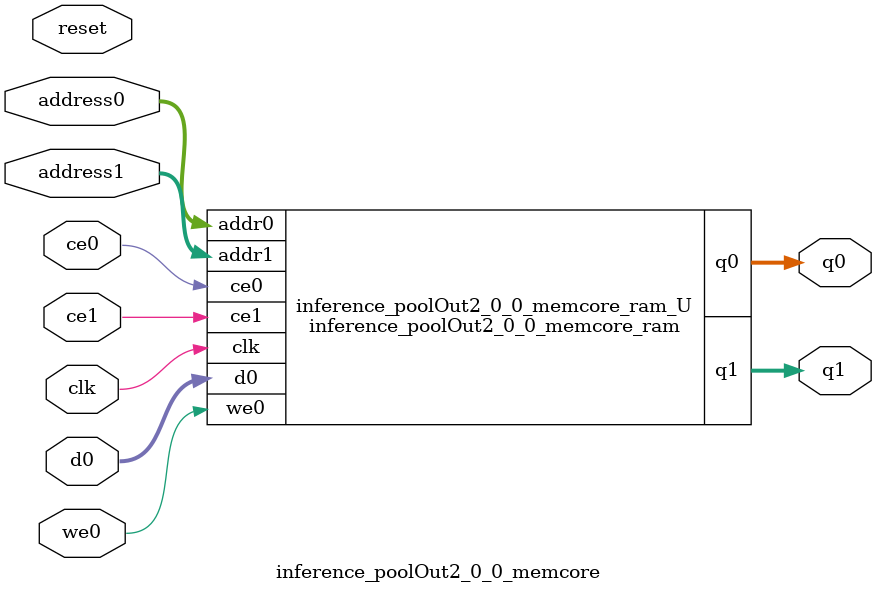
<source format=v>

`timescale 1 ns / 1 ps
module inference_poolOut2_0_0_memcore_ram (addr0, ce0, d0, we0, q0, addr1, ce1, q1,  clk);

parameter DWIDTH = 32;
parameter AWIDTH = 3;
parameter MEM_SIZE = 5;

input[AWIDTH-1:0] addr0;
input ce0;
input[DWIDTH-1:0] d0;
input we0;
output reg[DWIDTH-1:0] q0;
input[AWIDTH-1:0] addr1;
input ce1;
output reg[DWIDTH-1:0] q1;
input clk;

(* ram_style = "distributed" *)reg [DWIDTH-1:0] ram[MEM_SIZE-1:0];




always @(posedge clk)  
begin 
    if (ce0) 
    begin
        if (we0) 
        begin 
            ram[addr0] <= d0; 
            q0 <= d0;
        end 
        else 
            q0 <= ram[addr0];
    end
end


always @(posedge clk)  
begin 
    if (ce1) 
    begin
            q1 <= ram[addr1];
    end
end


endmodule


`timescale 1 ns / 1 ps
module inference_poolOut2_0_0_memcore(
    reset,
    clk,
    address0,
    ce0,
    we0,
    d0,
    q0,
    address1,
    ce1,
    q1);

parameter DataWidth = 32'd32;
parameter AddressRange = 32'd5;
parameter AddressWidth = 32'd3;
input reset;
input clk;
input[AddressWidth - 1:0] address0;
input ce0;
input we0;
input[DataWidth - 1:0] d0;
output[DataWidth - 1:0] q0;
input[AddressWidth - 1:0] address1;
input ce1;
output[DataWidth - 1:0] q1;



inference_poolOut2_0_0_memcore_ram inference_poolOut2_0_0_memcore_ram_U(
    .clk( clk ),
    .addr0( address0 ),
    .ce0( ce0 ),
    .d0( d0 ),
    .we0( we0 ),
    .q0( q0 ),
    .addr1( address1 ),
    .ce1( ce1 ),
    .q1( q1 ));

endmodule


</source>
